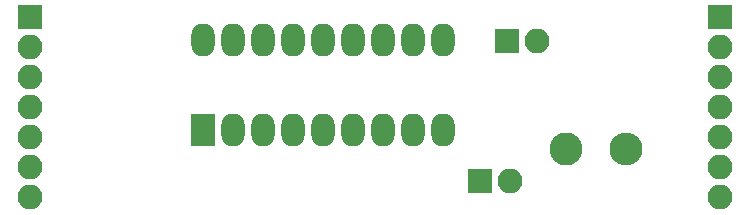
<source format=gbs>
G04 #@! TF.GenerationSoftware,KiCad,Pcbnew,5.1.0-060a0da~80~ubuntu18.10.1*
G04 #@! TF.CreationDate,2019-03-21T18:04:08+01:00*
G04 #@! TF.ProjectId,ULN2803A_shield,554c4e32-3830-4334-915f-736869656c64,rev?*
G04 #@! TF.SameCoordinates,Original*
G04 #@! TF.FileFunction,Soldermask,Bot*
G04 #@! TF.FilePolarity,Negative*
%FSLAX46Y46*%
G04 Gerber Fmt 4.6, Leading zero omitted, Abs format (unit mm)*
G04 Created by KiCad (PCBNEW 5.1.0-060a0da~80~ubuntu18.10.1) date 2019-03-21 18:04:08*
%MOMM*%
%LPD*%
G04 APERTURE LIST*
%ADD10O,2.800000X2.800000*%
%ADD11C,2.800000*%
%ADD12R,2.000000X2.800000*%
%ADD13O,2.000000X2.800000*%
%ADD14R,2.100000X2.100000*%
%ADD15O,2.100000X2.100000*%
G04 APERTURE END LIST*
D10*
X88300000Y-105850000D03*
D11*
X83220000Y-105850000D03*
D12*
X52470000Y-104310000D03*
D13*
X72790000Y-96690000D03*
X55010000Y-104310000D03*
X70250000Y-96690000D03*
X57550000Y-104310000D03*
X67710000Y-96690000D03*
X60090000Y-104310000D03*
X65170000Y-96690000D03*
X62630000Y-104310000D03*
X62630000Y-96690000D03*
X65170000Y-104310000D03*
X60090000Y-96690000D03*
X67710000Y-104310000D03*
X57550000Y-96690000D03*
X70250000Y-104310000D03*
X55010000Y-96690000D03*
X72790000Y-104310000D03*
X52470000Y-96690000D03*
D14*
X75930000Y-108560000D03*
D15*
X78470000Y-108560000D03*
D14*
X78250000Y-96710000D03*
D15*
X80790000Y-96710000D03*
D14*
X96280000Y-94750000D03*
D15*
X96280000Y-97290000D03*
X96280000Y-99830000D03*
X96280000Y-102370000D03*
X96280000Y-104910000D03*
X96280000Y-107450000D03*
X96280000Y-109990000D03*
X37860000Y-109960000D03*
X37860000Y-107420000D03*
X37860000Y-104880000D03*
X37860000Y-102340000D03*
X37860000Y-99800000D03*
X37860000Y-97260000D03*
D14*
X37860000Y-94720000D03*
M02*

</source>
